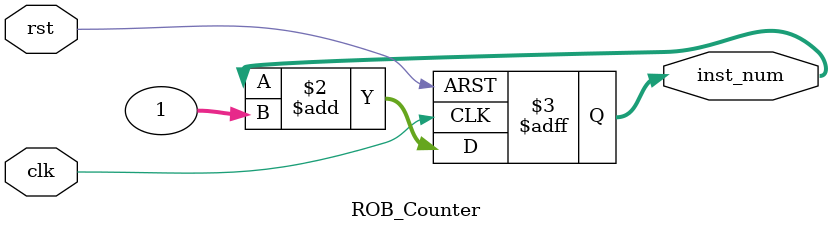
<source format=v>
module ROB_Counter(
    input clk,
    input rst,
    output reg [31:0] inst_num
);

    always @ (posedge clk or posedge rst) begin
        if (rst) begin
            inst_num <= 32'b0;
        end else begin
            inst_num <= inst_num + 32'b1;
        end
    end

endmodule

</source>
